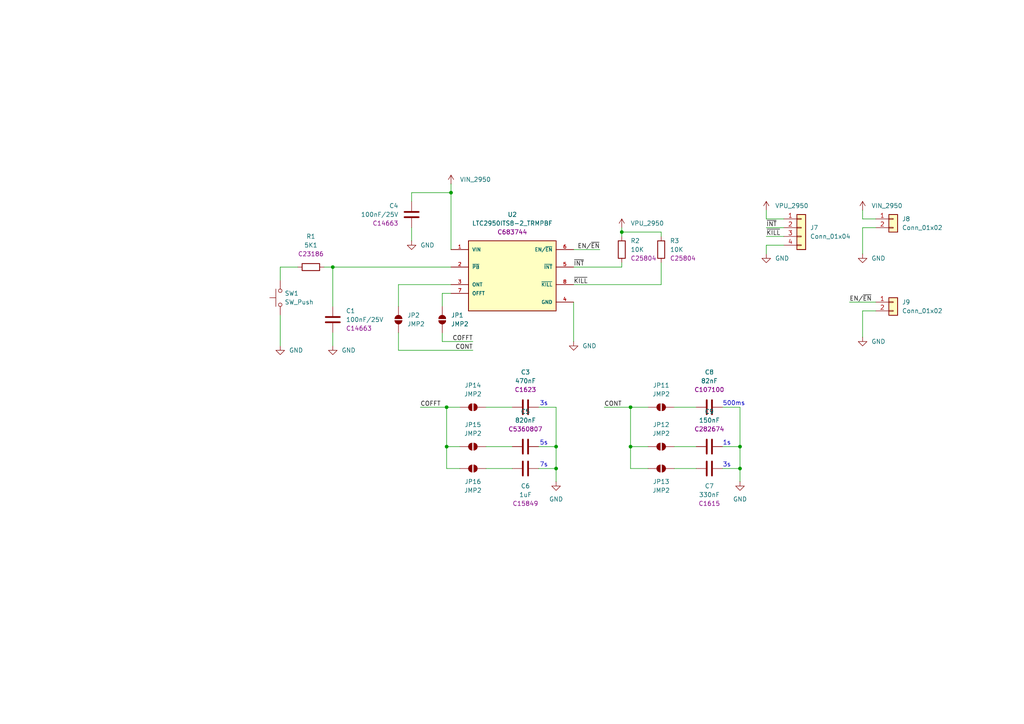
<source format=kicad_sch>
(kicad_sch (version 20250114) (generator "eeschema") (generator_version "9.0")
  (paper "A4")
  (lib_symbols
    (symbol "Connector_Generic:Conn_01x02" (pin_names (offset 1.016) (hide yes))
      (property "Reference" "J" (at 0 2.54 0))
      (property "Value" "Conn_01x02" (at 0 -5.08 0))
      (symbol "Conn_01x02_1_1"
        (rectangle (start -1.27 1.27) (end 1.27 -3.81) (stroke (width 0.254)) (fill (type background)))
        (rectangle (start -1.27 0.127) (end 0 -0.127) (stroke (width 0.1524)))
        (rectangle (start -1.27 -2.413) (end 0 -2.667) (stroke (width 0.1524)))
        (pin passive line (at -5.08 0 0) (length 3.81) (name "Pin_1") (number "1"))
        (pin passive line (at -5.08 -2.54 0) (length 3.81) (name "Pin_2") (number "2"))
      )
    )
    (symbol "Connector_Generic:Conn_01x04" (pin_names (offset 1.016) (hide yes))
      (property "Reference" "J" (at 0 5.08 0))
      (property "Value" "Conn_01x04" (at 0 -7.62 0))
      (symbol "Conn_01x04_1_1"
        (rectangle (start -1.27 3.81) (end 1.27 -6.35) (stroke (width 0.254)) (fill (type background)))
        (rectangle (start -1.27 2.667) (end 0 2.413) (stroke (width 0.1524)))
        (rectangle (start -1.27 0.127) (end 0 -0.127) (stroke (width 0.1524)))
        (rectangle (start -1.27 -2.413) (end 0 -2.667) (stroke (width 0.1524)))
        (rectangle (start -1.27 -4.953) (end 0 -5.207) (stroke (width 0.1524)))
        (pin passive line (at -5.08 2.54 0) (length 3.81) (name "Pin_1") (number "1"))
        (pin passive line (at -5.08 0 0) (length 3.81) (name "Pin_2") (number "2"))
        (pin passive line (at -5.08 -2.54 0) (length 3.81) (name "Pin_3") (number "3"))
        (pin passive line (at -5.08 -5.08 0) (length 3.81) (name "Pin_4") (number "4"))
      )
    )
    (symbol "Device:C" (pin_numbers (hide yes)) (pin_names (offset 0.254))
      (property "Reference" "C" (at 0.635 2.54 0))
      (property "Value" "C" (at 0.635 -2.54 0))
      (symbol "C_0_1"
        (polyline (pts (xy -2.032 0.762) (xy 2.032 0.762)) (stroke (width 0.508)))
        (polyline (pts (xy -2.032 -0.762) (xy 2.032 -0.762)) (stroke (width 0.508)))
      )
      (symbol "C_1_1"
        (pin passive line (at 0 3.81 270) (length 2.794) (name "~") (number "1"))
        (pin passive line (at 0 -3.81 90) (length 2.794) (name "~") (number "2"))
      )
    )
    (symbol "Device:R" (pin_numbers (hide yes)) (pin_names (offset 0))
      (property "Reference" "R" (at 2.032 0 90))
      (property "Value" "R" (at 0 0 90))
      (symbol "R_0_1"
        (rectangle (start -1.016 -2.54) (end 1.016 2.54) (stroke (width 0.254)))
      )
      (symbol "R_1_1"
        (pin passive line (at 0 3.81 270) (length 1.27) (name "~") (number "1"))
        (pin passive line (at 0 -3.81 90) (length 1.27) (name "~") (number "2"))
      )
    )
    (symbol "Jumper:SolderJumper_2_Open" (pin_numbers (hide yes)) (pin_names (offset 0) (hide yes)) (in_bom no)
      (property "Reference" "JP" (at 0 2.032 0))
      (property "Value" "SolderJumper_2_Open" (at 0 -2.54 0))
      (symbol "SolderJumper_2_Open_0_1"
        (polyline (pts (xy -0.254 1.016) (xy -0.254 -1.016)))
        (arc (start -0.254 -1.016) (mid -1.2656 0) (end -0.254 1.016))
        (arc (start -0.254 -1.016) (mid -1.2656 0) (end -0.254 1.016) (fill (type outline)))
        (arc (start 0.254 1.016) (mid 1.2656 0) (end 0.254 -1.016))
        (arc (start 0.254 1.016) (mid 1.2656 0) (end 0.254 -1.016) (fill (type outline)))
        (polyline (pts (xy 0.254 1.016) (xy 0.254 -1.016)))
      )
      (symbol "SolderJumper_2_Open_1_1"
        (pin passive line (at -3.81 0 0) (length 2.54) (name "A") (number "1"))
        (pin passive line (at 3.81 0 180) (length 2.54) (name "B") (number "2"))
      )
    )
    (symbol "LTC2950ITS8-2_TRMPBF:LTC2950ITS8-2_TRMPBF" (pin_names (offset 1.016))
      (property "Reference" "U" (at -12.7 10.668 0))
      (property "Value" "LTC2950ITS8-2_TRMPBF" (at -12.7 -12.7 0))
      (symbol "LTC2950ITS8-2_TRMPBF_0_0"
        (rectangle (start -12.7 -10.16) (end 12.7 10.16) (stroke (width 0.254)) (fill (type background)))
        (pin input line (at -17.78 7.62 0) (length 5.08) (name "VIN") (number "1"))
        (pin input line (at -17.78 2.54 0) (length 5.08) (name "~{PB}") (number "2"))
        (pin input line (at -17.78 -2.54 0) (length 5.08) (name "ONT") (number "3"))
        (pin input line (at -17.78 -5.08 0) (length 5.08) (name "OFFT") (number "7"))
        (pin output line (at 17.78 7.62 180) (length 5.08) (name "EN/~{EN}") (number "6"))
        (pin output line (at 17.78 2.54 180) (length 5.08) (name "~{INT}") (number "5"))
        (pin input line (at 17.78 -2.54 180) (length 5.08) (name "~{KILL}") (number "8"))
        (pin power_in line (at 17.78 -7.62 180) (length 5.08) (name "GND") (number "4"))
      )
    )
    (symbol "Switch:SW_Push" (pin_numbers (hide yes)) (pin_names (offset 1.016) (hide yes))
      (property "Reference" "SW" (at 1.27 2.54 0))
      (property "Value" "SW_Push" (at 0 -1.524 0))
      (symbol "SW_Push_0_1"
        (circle (center -2.032 0) (radius 0.508))
        (polyline (pts (xy 0 1.27) (xy 0 3.048)))
        (circle (center 2.032 0) (radius 0.508))
        (polyline (pts (xy 2.54 1.27) (xy -2.54 1.27)))
        (pin passive line (at -5.08 0 0) (length 2.54) (name "1") (number "1"))
        (pin passive line (at 5.08 0 180) (length 2.54) (name "2") (number "2"))
      )
    )
    (symbol "power:GND" (power) (pin_numbers (hide yes)) (pin_names (offset 0) (hide yes))
      (property "Value" "GND" (at 0 -3.81 0))
      (symbol "GND_0_1"
        (polyline (pts (xy 0 0) (xy 0 -1.27) (xy 1.27 -1.27) (xy 0 -2.54) (xy -1.27 -1.27) (xy 0 -1.27)))
      )
      (symbol "GND_1_1"
        (pin power_in line (at 0 0 270) (length 0) (name "~") (number "1"))
      )
    )
    (symbol "power:VAA" (power) (pin_numbers (hide yes)) (pin_names (offset 0) (hide yes))
      (property "Value" "VAA" (at 0 3.556 0))
      (symbol "VAA_0_1"
        (polyline (pts (xy -0.762 1.27) (xy 0 2.54)))
        (polyline (pts (xy 0 2.54) (xy 0.762 1.27)))
        (polyline (pts (xy 0 0) (xy 0 2.54)))
      )
      (symbol "VAA_1_1"
        (pin power_in line (at 0 0 90) (length 0) (name "~") (number "1"))
      )
    )
  )
  (text "500ms" (at 212.852 117.094 0) (effects (font (size 1.27 1.27))))
  (text "7s" (at 157.734 134.874 0) (effects (font (size 1.27 1.27))))
  (text "5s" (at 157.734 128.524 0) (effects (font (size 1.27 1.27))))
  (text "3s" (at 157.734 117.094 0) (effects (font (size 1.27 1.27))))
  (text "3s" (at 210.82 134.874 0) (effects (font (size 1.27 1.27))))
  (text "1s" (at 210.82 128.524 0) (effects (font (size 1.27 1.27))))
  (junction (at 161.29 129.54))
  (junction (at 214.63 135.89))
  (junction (at 180.34 67.31))
  (junction (at 214.63 129.54))
  (junction (at 96.52 77.47))
  (junction (at 129.54 129.54))
  (junction (at 130.81 55.88))
  (junction (at 182.88 118.11))
  (junction (at 161.29 135.89))
  (junction (at 182.88 129.54))
  (junction (at 129.54 118.11))
  (wire (pts (xy 180.34 66.04) (xy 180.34 67.31)))
  (wire (pts (xy 140.97 135.89) (xy 148.59 135.89)))
  (wire (pts (xy 222.25 63.5) (xy 227.33 63.5)))
  (wire (pts (xy 119.38 58.42) (xy 119.38 55.88)))
  (wire (pts (xy 180.34 77.47) (xy 180.34 76.2)))
  (wire (pts (xy 130.81 82.55) (xy 115.57 82.55)))
  (wire (pts (xy 129.54 118.11) (xy 129.54 129.54)))
  (wire (pts (xy 161.29 139.7) (xy 161.29 135.89)))
  (wire (pts (xy 166.37 99.06) (xy 166.37 87.63)))
  (wire (pts (xy 128.27 99.06) (xy 137.16 99.06)))
  (wire (pts (xy 214.63 135.89) (xy 214.63 139.7)))
  (wire (pts (xy 81.28 100.33) (xy 81.28 91.44)))
  (wire (pts (xy 195.58 135.89) (xy 201.93 135.89)))
  (wire (pts (xy 222.25 66.04) (xy 227.33 66.04)))
  (wire (pts (xy 81.28 77.47) (xy 86.36 77.47)))
  (wire (pts (xy 182.88 135.89) (xy 182.88 129.54)))
  (wire (pts (xy 161.29 135.89) (xy 161.29 129.54)))
  (wire (pts (xy 128.27 85.09) (xy 128.27 88.9)))
  (wire (pts (xy 209.55 135.89) (xy 214.63 135.89)))
  (wire (pts (xy 182.88 129.54) (xy 187.96 129.54)))
  (wire (pts (xy 129.54 118.11) (xy 133.35 118.11)))
  (wire (pts (xy 195.58 129.54) (xy 201.93 129.54)))
  (wire (pts (xy 209.55 129.54) (xy 214.63 129.54)))
  (wire (pts (xy 128.27 96.52) (xy 128.27 99.06)))
  (wire (pts (xy 140.97 118.11) (xy 148.59 118.11)))
  (wire (pts (xy 115.57 101.6) (xy 137.16 101.6)))
  (wire (pts (xy 119.38 66.04) (xy 119.38 69.85)))
  (wire (pts (xy 81.28 81.28) (xy 81.28 77.47)))
  (wire (pts (xy 250.19 66.04) (xy 254 66.04)))
  (wire (pts (xy 191.77 76.2) (xy 191.77 82.55)))
  (wire (pts (xy 209.55 118.11) (xy 214.63 118.11)))
  (wire (pts (xy 180.34 67.31) (xy 191.77 67.31)))
  (wire (pts (xy 222.25 71.12) (xy 222.25 73.66)))
  (wire (pts (xy 214.63 129.54) (xy 214.63 135.89)))
  (wire (pts (xy 129.54 129.54) (xy 129.54 135.89)))
  (wire (pts (xy 250.19 73.66) (xy 250.19 66.04)))
  (wire (pts (xy 182.88 118.11) (xy 182.88 129.54)))
  (wire (pts (xy 214.63 118.11) (xy 214.63 129.54)))
  (wire (pts (xy 173.99 72.39) (xy 166.37 72.39)))
  (wire (pts (xy 119.38 55.88) (xy 130.81 55.88)))
  (wire (pts (xy 121.92 118.11) (xy 129.54 118.11)))
  (wire (pts (xy 175.26 118.11) (xy 182.88 118.11)))
  (wire (pts (xy 156.21 135.89) (xy 161.29 135.89)))
  (wire (pts (xy 250.19 60.96) (xy 250.19 63.5)))
  (wire (pts (xy 180.34 67.31) (xy 180.34 68.58)))
  (wire (pts (xy 96.52 88.9) (xy 96.52 77.47)))
  (wire (pts (xy 93.98 77.47) (xy 96.52 77.47)))
  (wire (pts (xy 246.38 87.63) (xy 254 87.63)))
  (wire (pts (xy 182.88 135.89) (xy 187.96 135.89)))
  (wire (pts (xy 182.88 118.11) (xy 187.96 118.11)))
  (wire (pts (xy 191.77 82.55) (xy 166.37 82.55)))
  (wire (pts (xy 129.54 135.89) (xy 133.35 135.89)))
  (wire (pts (xy 222.25 60.96) (xy 222.25 63.5)))
  (wire (pts (xy 250.19 90.17) (xy 254 90.17)))
  (wire (pts (xy 191.77 68.58) (xy 191.77 67.31)))
  (wire (pts (xy 250.19 63.5) (xy 254 63.5)))
  (wire (pts (xy 115.57 82.55) (xy 115.57 88.9)))
  (wire (pts (xy 156.21 129.54) (xy 161.29 129.54)))
  (wire (pts (xy 161.29 129.54) (xy 161.29 118.11)))
  (wire (pts (xy 195.58 118.11) (xy 201.93 118.11)))
  (wire (pts (xy 96.52 77.47) (xy 130.81 77.47)))
  (wire (pts (xy 130.81 53.34) (xy 130.81 55.88)))
  (wire (pts (xy 140.97 129.54) (xy 148.59 129.54)))
  (wire (pts (xy 115.57 96.52) (xy 115.57 101.6)))
  (wire (pts (xy 222.25 68.58) (xy 227.33 68.58)))
  (wire (pts (xy 128.27 85.09) (xy 130.81 85.09)))
  (wire (pts (xy 161.29 118.11) (xy 156.21 118.11)))
  (wire (pts (xy 250.19 97.79) (xy 250.19 90.17)))
  (wire (pts (xy 129.54 129.54) (xy 133.35 129.54)))
  (wire (pts (xy 130.81 55.88) (xy 130.81 72.39)))
  (wire (pts (xy 96.52 100.33) (xy 96.52 96.52)))
  (wire (pts (xy 227.33 71.12) (xy 222.25 71.12)))
  (wire (pts (xy 166.37 77.47) (xy 180.34 77.47)))
  (label "CONT" (at 175.26 118.11 0))
  (label "COFFT" (at 137.16 99.06 180))
  (label "CONT" (at 137.16 101.6 180))
  (label "EN/~{EN}" (at 173.99 72.39 180))
  (label "~{KILL}" (at 166.37 82.55 0))
  (label "~{INT}" (at 222.25 66.04 0))
  (label "~{KILL}" (at 222.25 68.58 0))
  (label "EN/~{EN}" (at 246.38 87.63 0))
  (label "~{INT}" (at 166.37 77.47 0))
  (label "COFFT" (at 121.92 118.11 0))
  (symbol (lib_id "power:GND") (at 119.38 69.85 0) (unit 1)
    (property "Reference" "#PWR07" (effects (hide yes)))
    (property "Value" "GND" (at 121.92 71.1199 0) (effects (justify left)))
    (property "Description" "Power symbol creates a global label with name \"GND\" , ground" (effects (hide yes)))
  )
  (symbol (lib_id "Device:C") (at 119.38 62.23 0) (unit 1)
    (property "Reference" "C4" (at 115.57 59.6899 0) (effects (justify right)))
    (property "Value" "100nF/25V" (at 115.57 62.2299 0) (effects (justify right)))
    (property "Footprint" "Capacitor_SMD:C_0603_1608Metric" (effects (hide yes)))
    (property "Description" "Unpolarized capacitor" (effects (hide yes)))
    (property "JLCPCB Part #" "C14663" (at 115.57 64.7699 0) (effects (justify right)))
  )
  (symbol (lib_id "power:GND") (at 166.37 99.06 0) (unit 1)
    (property "Reference" "#PWR05" (effects (hide yes)))
    (property "Value" "GND" (at 168.91 100.3299 0) (effects (justify left)))
    (property "Description" "Power symbol creates a global label with name \"GND\" , ground" (effects (hide yes)))
  )
  (symbol (lib_id "power:GND") (at 214.63 139.7 0) (unit 1)
    (property "Reference" "#PWR010" (effects (hide yes)))
    (property "Value" "GND" (at 214.63 144.78 0))
    (property "Description" "Power symbol creates a global label with name \"GND\" , ground" (effects (hide yes)))
  )
  (symbol (lib_id "LTC2950ITS8-2_TRMPBF:LTC2950ITS8-2_TRMPBF") (at 148.59 80.01 0) (unit 1)
    (property "Reference" "U2" (at 148.59 62.23 0))
    (property "Value" "LTC2950ITS8-2_TRMPBF" (at 148.59 64.77 0))
    (property "Footprint" "LTC2950ITS8-2:LTC2950ITS8-2" (effects (hide yes)))
    (property "MF" "Analog Devices" (effects (hide yes)))
    (property "SNAPEDA_PACKAGE_ID" "15516" (effects (hide yes)))
    (property "Package" "SOT-8 Analog Devices" (effects (hide yes)))
    (property "Price" "None" (effects (hide yes)))
    (property "Check_prices" "https://www.snapeda.com/parts/LTC2950ITS8-2%23TRMPBF/Analog+Devices/view-part/?ref=eda" (effects (hide yes)))
    (property "STANDARD" "IPC 7351B" (effects (hide yes)))
    (property "PARTREV" "D" (effects (hide yes)))
    (property "SnapEDA_Link" "https://www.snapeda.com/parts/LTC2950ITS8-2%23TRMPBF/Analog+Devices/view-part/?ref=snap" (effects (hide yes)))
    (property "MP" "LTC2950ITS8-2#TRMPBF" (effects (hide yes)))
    (property "Description_1" "Power Supply Controller Push Button, On/Off Controller TSOT-23-8" (effects (hide yes)))
    (property "MANUFACTURER" "Analog Devices" (effects (hide yes)))
    (property "Availability" "In Stock" (effects (hide yes)))
    (property "MAXIMUM_PACKAGE_HEIGHT" "1mm" (effects (hide yes)))
    (property "JLCPCB Part #" "C683744" (at 148.59 67.31 0))
  )
  (symbol (lib_id "Connector_Generic:Conn_01x04") (at 232.41 66.04 0) (unit 1)
    (property "Reference" "J7" (at 234.95 66.0399 0) (effects (justify left)))
    (property "Value" "Conn_01x04" (at 234.95 68.5799 0) (effects (justify left)))
    (property "Footprint" "Connector_PinHeader_2.54mm:PinHeader_1x04_P2.54mm_Vertical" (effects (hide yes)))
    (property "Description" "Generic connector, single row, 01x04, script generated (kicad-library-utils/schlib/autogen/connector/)" (effects (hide yes)))
  )
  (symbol (lib_id "power:GND") (at 96.52 100.33 0) (unit 1)
    (property "Reference" "#PWR01" (effects (hide yes)))
    (property "Value" "GND" (at 99.06 101.5999 0) (effects (justify left)))
    (property "Description" "Power symbol creates a global label with name \"GND\" , ground" (effects (hide yes)))
  )
  (symbol (lib_id "Device:C") (at 205.74 118.11 90) (unit 1)
    (property "Reference" "C8" (at 205.74 107.95 90))
    (property "Value" "82nF" (at 205.74 110.49 90))
    (property "Footprint" "Capacitor_SMD:C_0603_1608Metric" (effects (hide yes)))
    (property "Description" "Unpolarized capacitor" (effects (hide yes)))
    (property "JLCPCB Part #" "C107100" (at 205.74 113.03 90))
  )
  (symbol (lib_id "power:VAA") (at 222.25 60.96 0) (unit 1)
    (property "Reference" "#PWR044" (effects (hide yes)))
    (property "Value" "VPU_2950" (at 224.79 59.6899 0) (effects (justify left)))
    (property "Description" "Power symbol creates a global label with name \"VAA\"" (effects (hide yes)))
  )
  (symbol (lib_id "Jumper:SolderJumper_2_Open") (at 115.57 92.71 90) (unit 1) (in_bom no)
    (property "Reference" "JP2" (at 118.11 91.4399 90) (effects (justify right)))
    (property "Value" "JMP2" (at 118.11 93.9799 90) (effects (justify right)))
    (property "Footprint" "Jumper:SolderJumper-2_P1.3mm_Open_RoundedPad1.0x1.5mm" (effects (hide yes)))
    (property "Description" "Solder Jumper, 2-pole, open" (effects (hide yes)))
  )
  (symbol (lib_id "power:GND") (at 161.29 139.7 0) (unit 1)
    (property "Reference" "#PWR09" (effects (hide yes)))
    (property "Value" "GND" (at 161.29 144.78 0))
    (property "Description" "Power symbol creates a global label with name \"GND\" , ground" (effects (hide yes)))
  )
  (symbol (lib_id "Jumper:SolderJumper_2_Open") (at 137.16 135.89 180) (unit 1) (in_bom no)
    (property "Reference" "JP16" (at 137.16 139.7 0))
    (property "Value" "JMP2" (at 137.16 142.24 0))
    (property "Footprint" "Jumper:SolderJumper-2_P1.3mm_Open_RoundedPad1.0x1.5mm" (effects (hide yes)))
    (property "Description" "Solder Jumper, 2-pole, open" (effects (hide yes)))
  )
  (symbol (lib_id "Jumper:SolderJumper_2_Open") (at 191.77 118.11 180) (unit 1) (in_bom no)
    (property "Reference" "JP11" (at 191.77 111.76 0))
    (property "Value" "JMP2" (at 191.77 114.3 0))
    (property "Footprint" "Jumper:SolderJumper-2_P1.3mm_Open_RoundedPad1.0x1.5mm" (effects (hide yes)))
    (property "Description" "Solder Jumper, 2-pole, open" (effects (hide yes)))
  )
  (symbol (lib_id "power:GND") (at 250.19 73.66 0) (unit 1)
    (property "Reference" "#PWR047" (effects (hide yes)))
    (property "Value" "GND" (at 252.73 74.9299 0) (effects (justify left)))
    (property "Description" "Power symbol creates a global label with name \"GND\" , ground" (effects (hide yes)))
  )
  (symbol (lib_id "power:VAA") (at 250.19 60.96 0) (unit 1)
    (property "Reference" "#PWR046" (effects (hide yes)))
    (property "Value" "VIN_2950" (at 252.73 59.6899 0) (effects (justify left)))
    (property "Description" "Power symbol creates a global label with name \"VAA\"" (effects (hide yes)))
  )
  (symbol (lib_id "Jumper:SolderJumper_2_Open") (at 191.77 129.54 180) (unit 1) (in_bom no)
    (property "Reference" "JP12" (at 191.77 123.19 0))
    (property "Value" "JMP2" (at 191.77 125.73 0))
    (property "Footprint" "Jumper:SolderJumper-2_P1.3mm_Open_RoundedPad1.0x1.5mm" (effects (hide yes)))
    (property "Description" "Solder Jumper, 2-pole, open" (effects (hide yes)))
  )
  (symbol (lib_id "Device:C") (at 205.74 135.89 90) (unit 1)
    (property "Reference" "C7" (at 205.74 140.97 90))
    (property "Value" "330nF" (at 205.74 143.51 90))
    (property "Footprint" "Capacitor_SMD:C_0603_1608Metric" (effects (hide yes)))
    (property "Description" "Unpolarized capacitor" (effects (hide yes)))
    (property "JLCPCB Part #" "C1615" (at 205.74 146.05 90))
  )
  (symbol (lib_id "Device:C") (at 96.52 92.71 0) (unit 1)
    (property "Reference" "C1" (at 100.33 90.1699 0) (effects (justify left)))
    (property "Value" "100nF/25V" (at 100.33 92.7099 0) (effects (justify left)))
    (property "Footprint" "Capacitor_SMD:C_0603_1608Metric" (effects (hide yes)))
    (property "Description" "Unpolarized capacitor" (effects (hide yes)))
    (property "JLCPCB Part #" "C14663" (at 100.33 95.2499 0) (effects (justify left)))
  )
  (symbol (lib_id "Jumper:SolderJumper_2_Open") (at 137.16 118.11 180) (unit 1) (in_bom no)
    (property "Reference" "JP14" (at 137.16 111.76 0))
    (property "Value" "JMP2" (at 137.16 114.3 0))
    (property "Footprint" "Jumper:SolderJumper-2_P1.3mm_Open_RoundedPad1.0x1.5mm" (effects (hide yes)))
    (property "Description" "Solder Jumper, 2-pole, open" (effects (hide yes)))
  )
  (symbol (lib_id "Switch:SW_Push") (at 81.28 86.36 90) (unit 1)
    (property "Reference" "SW1" (at 82.55 85.0899 90) (effects (justify right)))
    (property "Value" "SW_Push" (at 82.55 87.6299 90) (effects (justify right)))
    (property "Footprint" "Button_Switch_THT:SW_PUSH_6mm" (effects (hide yes)))
    (property "Description" "Push button switch, generic, two pins" (effects (hide yes)))
  )
  (symbol (lib_id "power:GND") (at 81.28 100.33 0) (unit 1)
    (property "Reference" "#PWR02" (effects (hide yes)))
    (property "Value" "GND" (at 83.82 101.5999 0) (effects (justify left)))
    (property "Description" "Power symbol creates a global label with name \"GND\" , ground" (effects (hide yes)))
  )
  (symbol (lib_id "Device:R") (at 180.34 72.39 180) (unit 1)
    (property "Reference" "R2" (at 182.88 69.8499 0) (effects (justify right)))
    (property "Value" "10K" (at 182.88 72.3899 0) (effects (justify right)))
    (property "Footprint" "Resistor_SMD:R_0603_1608Metric" (effects (hide yes)))
    (property "Description" "Resistor" (effects (hide yes)))
    (property "JLCPCB Part #" "C25804" (at 182.88 74.9299 0) (effects (justify right)))
  )
  (symbol (lib_id "Device:C") (at 152.4 118.11 90) (unit 1)
    (property "Reference" "C3" (at 152.4 107.95 90))
    (property "Value" "470nF" (at 152.4 110.49 90))
    (property "Footprint" "Capacitor_SMD:C_0603_1608Metric" (effects (hide yes)))
    (property "Description" "Unpolarized capacitor" (effects (hide yes)))
    (property "JLCPCB Part #" "C1623" (at 152.4 113.03 90))
  )
  (symbol (lib_id "Jumper:SolderJumper_2_Open") (at 137.16 129.54 180) (unit 1) (in_bom no)
    (property "Reference" "JP15" (at 137.16 123.19 0))
    (property "Value" "JMP2" (at 137.16 125.73 0))
    (property "Footprint" "Jumper:SolderJumper-2_P1.3mm_Open_RoundedPad1.0x1.5mm" (effects (hide yes)))
    (property "Description" "Solder Jumper, 2-pole, open" (effects (hide yes)))
  )
  (symbol (lib_id "Connector_Generic:Conn_01x02") (at 259.08 87.63 0) (unit 1)
    (property "Reference" "J9" (at 261.62 87.6299 0) (effects (justify left)))
    (property "Value" "Conn_01x02" (at 261.62 90.1699 0) (effects (justify left)))
    (property "Footprint" "Connector_PinHeader_2.54mm:PinHeader_1x02_P2.54mm_Vertical" (effects (hide yes)))
    (property "Description" "Generic connector, single row, 01x02, script generated (kicad-library-utils/schlib/autogen/connector/)" (effects (hide yes)))
  )
  (symbol (lib_id "Device:C") (at 152.4 135.89 90) (unit 1)
    (property "Reference" "C6" (at 152.4 140.97 90))
    (property "Value" "1uF" (at 152.4 143.51 90))
    (property "Footprint" "Capacitor_SMD:C_0603_1608Metric" (effects (hide yes)))
    (property "Description" "Unpolarized capacitor" (effects (hide yes)))
    (property "JLCPCB Part #" "C15849" (at 152.4 146.05 90))
  )
  (symbol (lib_id "power:VAA") (at 130.81 53.34 0) (unit 1)
    (property "Reference" "#PWR06" (effects (hide yes)))
    (property "Value" "VIN_2950" (at 133.35 52.0699 0) (effects (justify left)))
    (property "Description" "Power symbol creates a global label with name \"VAA\"" (effects (hide yes)))
  )
  (symbol (lib_id "Device:C") (at 152.4 129.54 90) (unit 1)
    (property "Reference" "C5" (at 152.4 119.38 90))
    (property "Value" "820nF" (at 152.4 121.92 90))
    (property "Footprint" "Capacitor_SMD:C_0603_1608Metric" (effects (hide yes)))
    (property "Description" "Unpolarized capacitor" (effects (hide yes)))
    (property "JLCPCB Part #" "C5360807" (at 152.4 124.46 90))
  )
  (symbol (lib_id "Jumper:SolderJumper_2_Open") (at 128.27 92.71 90) (unit 1) (in_bom no)
    (property "Reference" "JP1" (at 130.81 91.4399 90) (effects (justify right)))
    (property "Value" "JMP2" (at 130.81 93.9799 90) (effects (justify right)))
    (property "Footprint" "Jumper:SolderJumper-2_P1.3mm_Open_RoundedPad1.0x1.5mm" (effects (hide yes)))
    (property "Description" "Solder Jumper, 2-pole, open" (effects (hide yes)))
  )
  (symbol (lib_id "Device:R") (at 90.17 77.47 90) (unit 1)
    (property "Reference" "R1" (at 90.17 68.58 90))
    (property "Value" "5K1" (at 90.17 71.12 90))
    (property "Footprint" "Resistor_SMD:R_0603_1608Metric" (effects (hide yes)))
    (property "Description" "Resistor" (effects (hide yes)))
    (property "JLCPCB Part #" "C23186" (at 90.17 73.66 90))
  )
  (symbol (lib_id "Device:R") (at 191.77 72.39 180) (unit 1)
    (property "Reference" "R3" (at 194.31 69.8499 0) (effects (justify right)))
    (property "Value" "10K" (at 194.31 72.3899 0) (effects (justify right)))
    (property "Footprint" "Resistor_SMD:R_0603_1608Metric" (effects (hide yes)))
    (property "Description" "Resistor" (effects (hide yes)))
    (property "JLCPCB Part #" "C25804" (at 194.31 74.9299 0) (effects (justify right)))
  )
  (symbol (lib_id "Jumper:SolderJumper_2_Open") (at 191.77 135.89 180) (unit 1) (in_bom no)
    (property "Reference" "JP13" (at 191.77 139.7 0))
    (property "Value" "JMP2" (at 191.77 142.24 0))
    (property "Footprint" "Jumper:SolderJumper-2_P1.3mm_Open_RoundedPad1.0x1.5mm" (effects (hide yes)))
    (property "Description" "Solder Jumper, 2-pole, open" (effects (hide yes)))
  )
  (symbol (lib_id "Device:C") (at 205.74 129.54 90) (unit 1)
    (property "Reference" "C9" (at 205.74 119.38 90))
    (property "Value" "150nF" (at 205.74 121.92 90))
    (property "Footprint" "Capacitor_SMD:C_0603_1608Metric" (effects (hide yes)))
    (property "Description" "Unpolarized capacitor" (effects (hide yes)))
    (property "JLCPCB Part #" "C282674" (at 205.74 124.46 90))
  )
  (symbol (lib_id "power:GND") (at 250.19 97.79 0) (unit 1)
    (property "Reference" "#PWR048" (effects (hide yes)))
    (property "Value" "GND" (at 252.73 99.0599 0) (effects (justify left)))
    (property "Description" "Power symbol creates a global label with name \"GND\" , ground" (effects (hide yes)))
  )
  (symbol (lib_id "power:GND") (at 222.25 73.66 0) (unit 1)
    (property "Reference" "#PWR045" (effects (hide yes)))
    (property "Value" "GND" (at 224.79 74.9299 0) (effects (justify left)))
    (property "Description" "Power symbol creates a global label with name \"GND\" , ground" (effects (hide yes)))
  )
  (symbol (lib_id "Connector_Generic:Conn_01x02") (at 259.08 63.5 0) (unit 1)
    (property "Reference" "J8" (at 261.62 63.4999 0) (effects (justify left)))
    (property "Value" "Conn_01x02" (at 261.62 66.0399 0) (effects (justify left)))
    (property "Footprint" "Connector_PinHeader_2.54mm:PinHeader_1x02_P2.54mm_Vertical" (effects (hide yes)))
    (property "Description" "Generic connector, single row, 01x02, script generated (kicad-library-utils/schlib/autogen/connector/)" (effects (hide yes)))
  )
  (symbol (lib_id "power:VAA") (at 180.34 66.04 0) (unit 1)
    (property "Reference" "#PWR08" (effects (hide yes)))
    (property "Value" "VPU_2950" (at 182.88 64.7699 0) (effects (justify left)))
    (property "Description" "Power symbol creates a global label with name \"VAA\"" (effects (hide yes)))
  )
)
</source>
